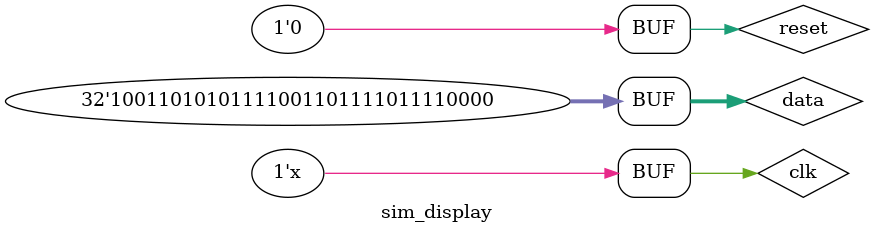
<source format=v>
`timescale 1ns / 1ps


module sim_display(

    );
    reg clk;
    reg reset;
    reg [31:0] data;
    wire [7:0] seg;
    wire [7:0] en;

display DISPLAY(clk, reset, data, seg, en);

initial begin
clk <= 0;
reset <= 1;
#10 reset <= 0;
#100 data <= 32'h12345678;
#100 data <= 32'h9abcdef0;
end
    
always begin
#1 clk <= ~clk;
end
endmodule

</source>
